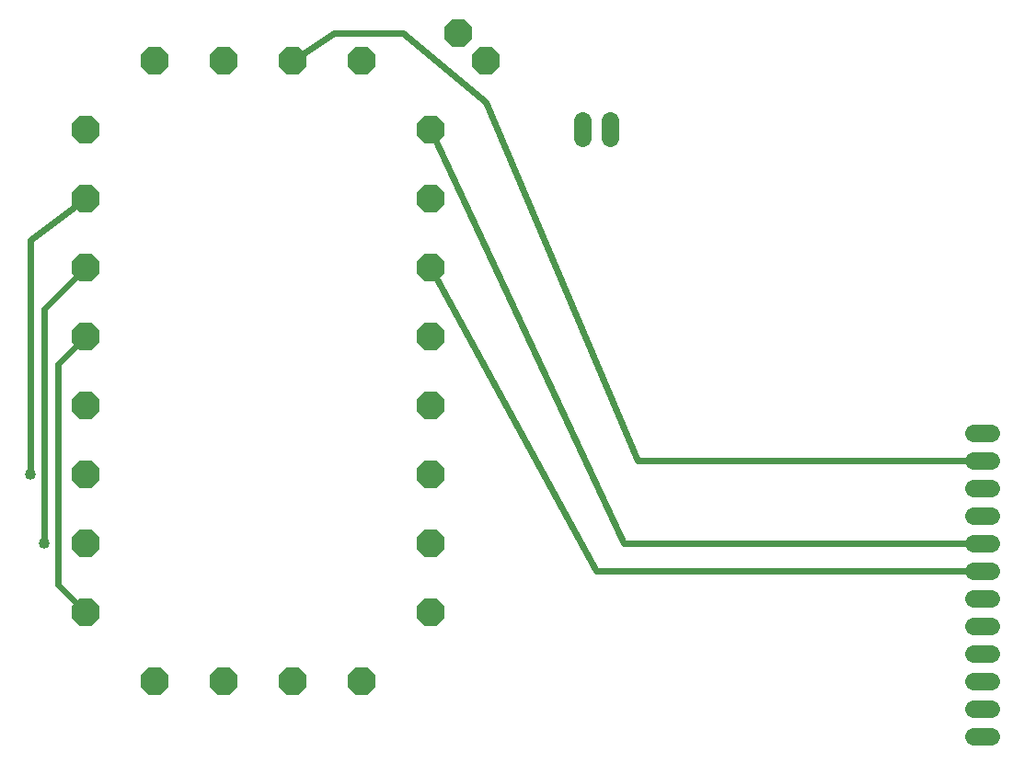
<source format=gbl>
G75*
G70*
%OFA0B0*%
%FSLAX24Y24*%
%IPPOS*%
%LPD*%
%AMOC8*
5,1,8,0,0,1.08239X$1,22.5*
%
%ADD10C,0.0640*%
%ADD11OC8,0.1000*%
%ADD12C,0.0240*%
%ADD13C,0.0400*%
D10*
X023101Y023281D02*
X023101Y023921D01*
X024101Y023921D02*
X024101Y023281D01*
X037281Y012601D02*
X037921Y012601D01*
X037921Y011601D02*
X037281Y011601D01*
X037281Y010601D02*
X037921Y010601D01*
X037921Y009601D02*
X037281Y009601D01*
X037281Y008601D02*
X037921Y008601D01*
X037921Y007601D02*
X037281Y007601D01*
X037281Y006601D02*
X037921Y006601D01*
X037921Y005601D02*
X037281Y005601D01*
X037281Y004601D02*
X037921Y004601D01*
X037921Y003601D02*
X037281Y003601D01*
X037281Y002601D02*
X037921Y002601D01*
X037921Y001601D02*
X037281Y001601D01*
D11*
X007601Y003601D03*
X010101Y003601D03*
X012601Y003601D03*
X015101Y003601D03*
X017601Y006101D03*
X017601Y008601D03*
X017601Y011101D03*
X017601Y013601D03*
X017601Y016101D03*
X017601Y018601D03*
X017601Y021101D03*
X017601Y023601D03*
X019601Y026101D03*
X018601Y027101D03*
X015101Y026101D03*
X012601Y026101D03*
X010101Y026101D03*
X007601Y026101D03*
X005101Y023601D03*
X005101Y021101D03*
X005101Y018601D03*
X005101Y016101D03*
X005101Y013601D03*
X005101Y011101D03*
X005101Y008601D03*
X005101Y006101D03*
D12*
X004101Y007101D01*
X004101Y015101D01*
X005101Y016101D01*
X003601Y017101D02*
X005101Y018601D01*
X003601Y017101D02*
X003601Y008601D01*
X003101Y011101D02*
X003101Y019601D01*
X005101Y021101D01*
X012601Y026101D02*
X014101Y027101D01*
X016601Y027101D01*
X019601Y024601D01*
X025101Y011601D01*
X037601Y011601D01*
X037601Y008601D02*
X024601Y008601D01*
X017601Y023601D01*
X017601Y018601D02*
X023601Y007601D01*
X037601Y007601D01*
D13*
X003601Y008601D03*
X003101Y011101D03*
M02*

</source>
